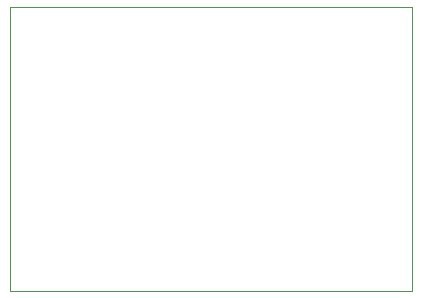
<source format=gbr>
%TF.GenerationSoftware,KiCad,Pcbnew,7.0.9*%
%TF.CreationDate,2024-04-04T22:54:04+08:00*%
%TF.ProjectId,power_module_v0.1,706f7765-725f-46d6-9f64-756c655f7630,rev?*%
%TF.SameCoordinates,Original*%
%TF.FileFunction,Profile,NP*%
%FSLAX46Y46*%
G04 Gerber Fmt 4.6, Leading zero omitted, Abs format (unit mm)*
G04 Created by KiCad (PCBNEW 7.0.9) date 2024-04-04 22:54:04*
%MOMM*%
%LPD*%
G01*
G04 APERTURE LIST*
%TA.AperFunction,Profile*%
%ADD10C,0.010000*%
%TD*%
G04 APERTURE END LIST*
D10*
X116600000Y-90000000D02*
X150600000Y-90000000D01*
X150600000Y-114000000D01*
X116600000Y-114000000D01*
X116600000Y-90000000D01*
M02*

</source>
